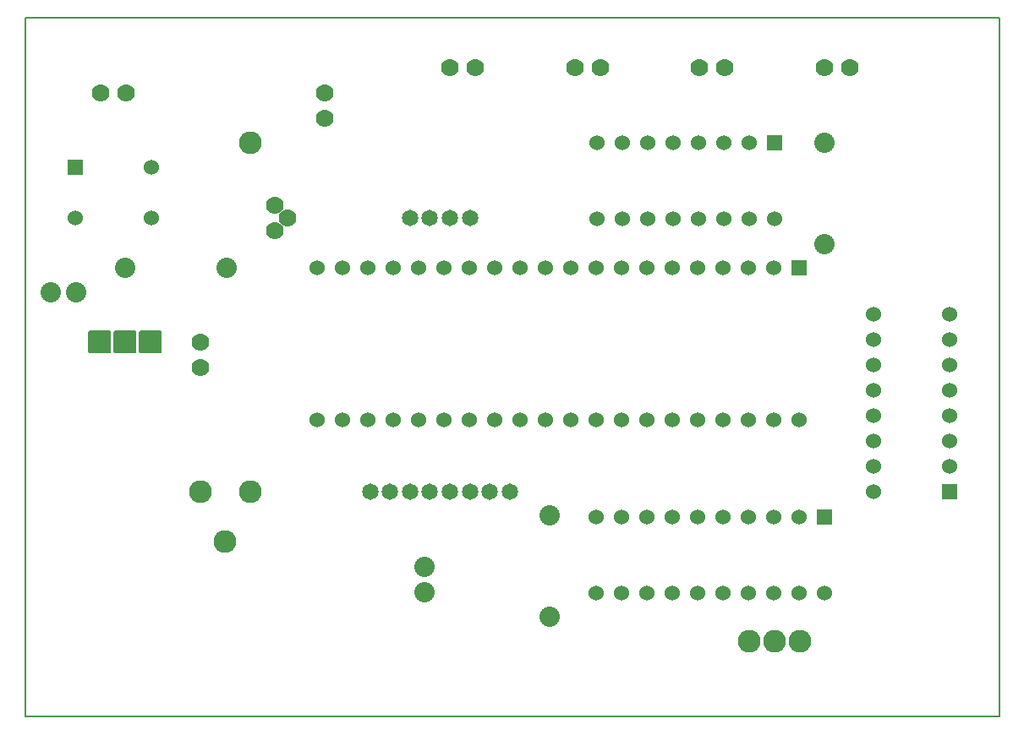
<source format=gbr>
G04 PROTEUS GERBER X2 FILE*
%TF.GenerationSoftware,Labcenter,Proteus,8.12-SP0-Build30713*%
%TF.CreationDate,2021-06-08T09:13:02+00:00*%
%TF.FileFunction,Soldermask,Top*%
%TF.FilePolarity,Negative*%
%TF.Part,Single*%
%TF.SameCoordinates,{86e273a1-3906-477b-930b-e3e2f8447d5b}*%
%FSLAX45Y45*%
%MOMM*%
G01*
%TA.AperFunction,Material*%
%ADD21C,1.778000*%
%AMPPAD014*
4,1,36,
0.762000,0.635000,
0.762000,-0.635000,
0.759470,-0.660970,
0.752200,-0.684980,
0.740650,-0.706580,
0.725290,-0.725290,
0.706570,-0.740650,
0.684980,-0.752200,
0.660970,-0.759470,
0.635000,-0.762000,
-0.635000,-0.762000,
-0.660970,-0.759470,
-0.684980,-0.752200,
-0.706570,-0.740650,
-0.725290,-0.725290,
-0.740650,-0.706580,
-0.752200,-0.684980,
-0.759470,-0.660970,
-0.762000,-0.635000,
-0.762000,0.635000,
-0.759470,0.660970,
-0.752200,0.684980,
-0.740650,0.706580,
-0.725290,0.725290,
-0.706570,0.740650,
-0.684980,0.752200,
-0.660970,0.759470,
-0.635000,0.762000,
0.635000,0.762000,
0.660970,0.759470,
0.684980,0.752200,
0.706570,0.740650,
0.725290,0.725290,
0.740650,0.706580,
0.752200,0.684980,
0.759470,0.660970,
0.762000,0.635000,
0*%
%TA.AperFunction,Material*%
%ADD22PPAD014*%
%ADD23C,1.524000*%
%TA.AperFunction,Material*%
%ADD24C,2.032000*%
%AMPPAD017*
4,1,36,
-1.016000,1.143000,
1.016000,1.143000,
1.041970,1.140470,
1.065980,1.133200,
1.087580,1.121650,
1.106290,1.106290,
1.121650,1.087570,
1.133200,1.065980,
1.140470,1.041970,
1.143000,1.016000,
1.143000,-1.016000,
1.140470,-1.041970,
1.133200,-1.065980,
1.121650,-1.087570,
1.106290,-1.106290,
1.087580,-1.121650,
1.065980,-1.133200,
1.041970,-1.140470,
1.016000,-1.143000,
-1.016000,-1.143000,
-1.041970,-1.140470,
-1.065980,-1.133200,
-1.087580,-1.121650,
-1.106290,-1.106290,
-1.121650,-1.087570,
-1.133200,-1.065980,
-1.140470,-1.041970,
-1.143000,-1.016000,
-1.143000,1.016000,
-1.140470,1.041970,
-1.133200,1.065980,
-1.121650,1.087570,
-1.106290,1.106290,
-1.087580,1.121650,
-1.065980,1.133200,
-1.041970,1.140470,
-1.016000,1.143000,
0*%
%TA.AperFunction,Material*%
%ADD25PPAD017*%
%AMPPAD018*
4,1,36,
0.635000,-0.762000,
-0.635000,-0.762000,
-0.660970,-0.759470,
-0.684980,-0.752200,
-0.706580,-0.740650,
-0.725290,-0.725290,
-0.740650,-0.706570,
-0.752200,-0.684980,
-0.759470,-0.660970,
-0.762000,-0.635000,
-0.762000,0.635000,
-0.759470,0.660970,
-0.752200,0.684980,
-0.740650,0.706570,
-0.725290,0.725290,
-0.706580,0.740650,
-0.684980,0.752200,
-0.660970,0.759470,
-0.635000,0.762000,
0.635000,0.762000,
0.660970,0.759470,
0.684980,0.752200,
0.706580,0.740650,
0.725290,0.725290,
0.740650,0.706570,
0.752200,0.684980,
0.759470,0.660970,
0.762000,0.635000,
0.762000,-0.635000,
0.759470,-0.660970,
0.752200,-0.684980,
0.740650,-0.706570,
0.725290,-0.725290,
0.706580,-0.740650,
0.684980,-0.752200,
0.660970,-0.759470,
0.635000,-0.762000,
0*%
%TA.AperFunction,Material*%
%ADD26PPAD018*%
%TA.AperFunction,Material*%
%ADD27C,2.286000*%
%TA.AperFunction,Material*%
%ADD28C,1.651000*%
%TA.AperFunction,Profile*%
%ADD19C,0.203200*%
%TD.AperFunction*%
D21*
X-13250000Y+10000000D03*
X-12996000Y+10000000D03*
D22*
X-13500000Y+9250000D03*
D23*
X-13500000Y+8742000D03*
X-12738000Y+9250000D03*
X-12738000Y+8742000D03*
D24*
X-13750000Y+8000000D03*
X-13496000Y+8000000D03*
D25*
X-13254000Y+7500000D03*
X-13000000Y+7500000D03*
X-12746000Y+7500000D03*
D24*
X-13000000Y+8250000D03*
X-11984000Y+8250000D03*
D21*
X-12250000Y+7500000D03*
X-12250000Y+7246000D03*
D26*
X-6250000Y+8250000D03*
D23*
X-6504000Y+8250000D03*
X-6758000Y+8250000D03*
X-7012000Y+8250000D03*
X-7266000Y+8250000D03*
X-7520000Y+8250000D03*
X-7774000Y+8250000D03*
X-8028000Y+8250000D03*
X-8282000Y+8250000D03*
X-8536000Y+8250000D03*
X-8790000Y+8250000D03*
X-9044000Y+8250000D03*
X-9298000Y+8250000D03*
X-9552000Y+8250000D03*
X-9806000Y+8250000D03*
X-10060000Y+8250000D03*
X-10314000Y+8250000D03*
X-10568000Y+8250000D03*
X-10822000Y+8250000D03*
X-11076000Y+8250000D03*
X-11076000Y+6726000D03*
X-10822000Y+6726000D03*
X-10568000Y+6726000D03*
X-10314000Y+6726000D03*
X-10060000Y+6726000D03*
X-9806000Y+6726000D03*
X-9552000Y+6726000D03*
X-9298000Y+6726000D03*
X-9044000Y+6726000D03*
X-8790000Y+6726000D03*
X-8536000Y+6726000D03*
X-8282000Y+6726000D03*
X-8028000Y+6726000D03*
X-7774000Y+6726000D03*
X-7520000Y+6726000D03*
X-7266000Y+6726000D03*
X-7012000Y+6726000D03*
X-6758000Y+6726000D03*
X-6504000Y+6726000D03*
X-6250000Y+6726000D03*
D21*
X-11500000Y+8877000D03*
X-11373000Y+8750000D03*
X-11500000Y+8623000D03*
X-11000000Y+10000000D03*
X-11000000Y+9746000D03*
D27*
X-11750000Y+9500000D03*
D26*
X-6000000Y+5750000D03*
D23*
X-6254000Y+5750000D03*
X-6508000Y+5750000D03*
X-6762000Y+5750000D03*
X-7016000Y+5750000D03*
X-7270000Y+5750000D03*
X-7524000Y+5750000D03*
X-7778000Y+5750000D03*
X-8032000Y+5750000D03*
X-8286000Y+5750000D03*
X-8286000Y+4988000D03*
X-8032000Y+4988000D03*
X-7778000Y+4988000D03*
X-7524000Y+4988000D03*
X-7270000Y+4988000D03*
X-7016000Y+4988000D03*
X-6762000Y+4988000D03*
X-6508000Y+4988000D03*
X-6254000Y+4988000D03*
X-6000000Y+4988000D03*
D22*
X-4750000Y+6000000D03*
D23*
X-4750000Y+6254000D03*
X-4750000Y+6508000D03*
X-4750000Y+6762000D03*
X-4750000Y+7016000D03*
X-4750000Y+7270000D03*
X-4750000Y+7524000D03*
X-4750000Y+7778000D03*
X-5512000Y+7778000D03*
X-5512000Y+7524000D03*
X-5512000Y+7270000D03*
X-5512000Y+7016000D03*
X-5512000Y+6762000D03*
X-5512000Y+6508000D03*
X-5512000Y+6254000D03*
X-5512000Y+6000000D03*
D26*
X-6500000Y+9500000D03*
D23*
X-6754000Y+9500000D03*
X-7008000Y+9500000D03*
X-7262000Y+9500000D03*
X-7516000Y+9500000D03*
X-7770000Y+9500000D03*
X-8024000Y+9500000D03*
X-8278000Y+9500000D03*
X-8278000Y+8738000D03*
X-8024000Y+8738000D03*
X-7770000Y+8738000D03*
X-7516000Y+8738000D03*
X-7262000Y+8738000D03*
X-7008000Y+8738000D03*
X-6754000Y+8738000D03*
X-6500000Y+8738000D03*
D21*
X-6000000Y+10250000D03*
X-5746000Y+10250000D03*
X-7250000Y+10250000D03*
X-6996000Y+10250000D03*
X-8500000Y+10250000D03*
X-8246000Y+10250000D03*
X-9750000Y+10250000D03*
X-9496000Y+10250000D03*
D24*
X-8750000Y+4750000D03*
X-8750000Y+5766000D03*
X-10000000Y+5250000D03*
X-10000000Y+4996000D03*
D27*
X-12250000Y+6000000D03*
X-12000000Y+5500000D03*
X-11750000Y+6000000D03*
D24*
X-6000000Y+9500000D03*
X-6000000Y+8484000D03*
D27*
X-6246000Y+4500000D03*
X-6500000Y+4500000D03*
X-6754000Y+4500000D03*
D28*
X-10550000Y+6000000D03*
X-10350000Y+6000000D03*
X-10150000Y+6000000D03*
X-9950000Y+6000000D03*
X-9750000Y+6000000D03*
X-9550000Y+6000000D03*
X-9350000Y+6000000D03*
X-9150000Y+6000000D03*
X-9550000Y+8750000D03*
X-9750000Y+8750000D03*
X-9950000Y+8750000D03*
X-10150000Y+8750000D03*
D19*
X-14000000Y+3750000D02*
X-4250000Y+3750000D01*
X-4250000Y+10750000D01*
X-14000000Y+10750000D01*
X-14000000Y+3750000D01*
M02*

</source>
